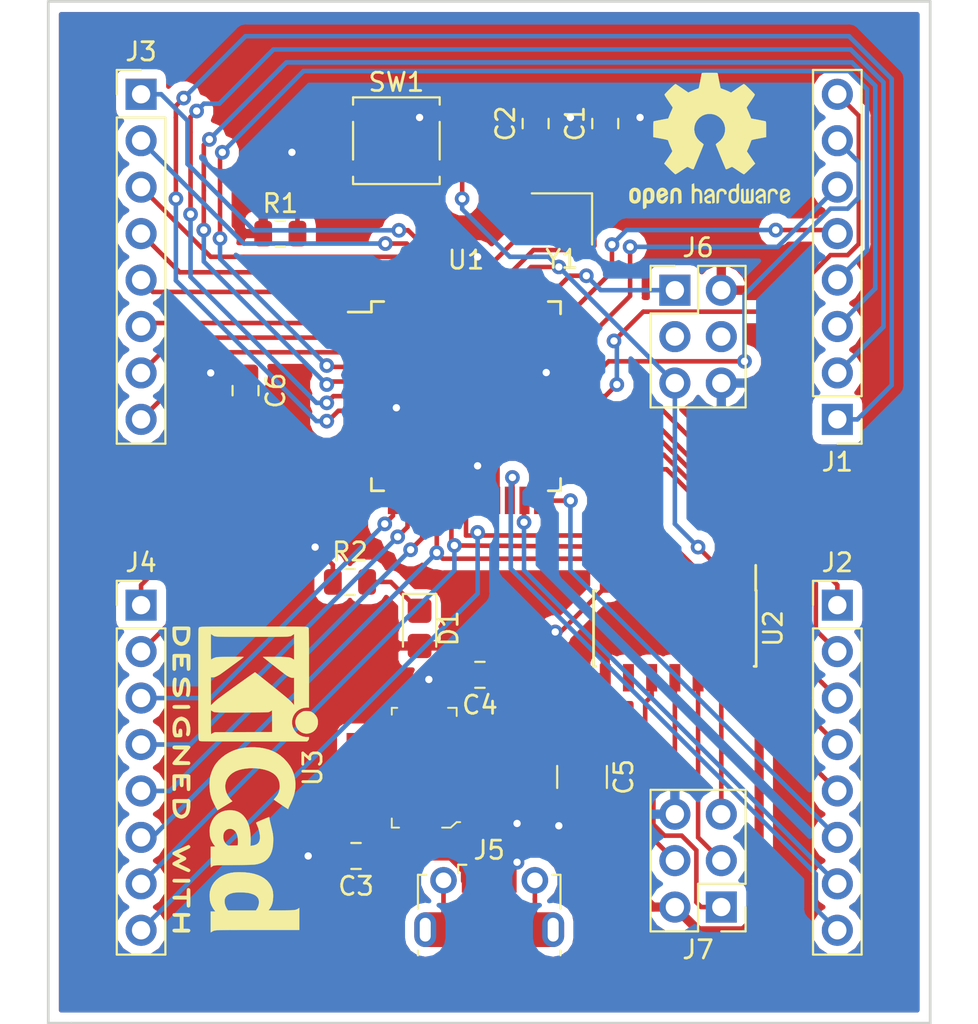
<source format=kicad_pcb>
(kicad_pcb (version 20171130) (host pcbnew "(5.0.0)")
  (layers (0 F.Cu signal) (31 B.Cu signal) (34 B.Paste user) (35 F.Paste user) (36 B.SilkS user) (37 F.SilkS user) (38 B.Mask user) (39 F.Mask user) (44 Edge.Cuts user))
  (net 0 "")
  (net 1 VCC)
  (net 2 /Reset)
  (net 3 "Net-(D1-Pad1)")
  (net 4 GND)
  (net 5 +5V)
  (net 6 "Net-(U3-Pad4)")
  (net 7 "Net-(J4-Pad7)")
  (net 8 "Net-(J4-Pad8)")
  (net 9 "Net-(J4-Pad6)")
  (net 10 "Net-(U2-Pad6)")
  (net 11 "Net-(U2-Pad9)")
  (net 12 "Net-(J3-Pad6)")
  (net 13 "Net-(J3-Pad7)")
  (net 14 "Net-(J3-Pad8)")
  (net 15 /PB0)
  (net 16 /PB1)
  (net 17 /PB2)
  (net 18 /PB3)
  (net 19 "Net-(J4-Pad1)")
  (net 20 "Net-(J4-Pad2)")
  (net 21 "Net-(J4-Pad3)")
  (net 22 "Net-(J4-Pad4)")
  (net 23 "Net-(J4-Pad5)")
  (net 24 "Net-(J2-Pad8)")
  (net 25 "Net-(J2-Pad7)")
  (net 26 "Net-(J2-Pad6)")
  (net 27 "Net-(J2-Pad5)")
  (net 28 "Net-(J2-Pad4)")
  (net 29 "Net-(J2-Pad3)")
  (net 30 "Net-(J2-Pad2)")
  (net 31 "Net-(J2-Pad1)")
  (net 32 /PE0)
  (net 33 /PE1)
  (net 34 /PE2)
  (net 35 /PE3)
  (net 36 "Net-(C1-Pad1)")
  (net 37 "Net-(C2-Pad1)")
  (net 38 "Net-(J3-Pad1)")
  (net 39 "Net-(J3-Pad2)")
  (net 40 "Net-(J3-Pad3)")
  (net 41 "Net-(J3-Pad4)")
  (net 42 "Net-(J3-Pad5)")
  (net 43 "Net-(Y1-Pad2)")
  (net 44 "Net-(Y1-Pad4)")
  (net 45 "Net-(J5-Pad6)")
  (net 46 "Net-(J5-Pad2)")
  (net 47 "Net-(J5-Pad4)")
  (net 48 "Net-(J5-Pad3)")
  (net 49 "Net-(J7-Pad4)")
  (net 50 "Net-(J7-Pad5)")
  (net 51 "Net-(J7-Pad3)")
  (net 52 "Net-(J7-Pad1)")
  (net 53 "Net-(J6-Pad1)")
  (net 54 "Net-(J6-Pad3)")
  (net 55 "Net-(J6-Pad4)")
  (module Capacitor_SMD:C_0805_2012Metric (layer F.Cu) (at 116.205 89.8675 270)
    (fp_text reference C6 (at 0 -1.65 270) (layer F.SilkS))
    (fp_text value "0.1 uF")
    (pad 2 smd roundrect (at 0.9375 0 270) (size 0.975 1.4) (layers F.Cu F.Paste F.Mask) (net 1 VCC))
    (pad 1 smd roundrect (at -0.9375 0 270) (size 0.975 1.4) (layers F.Cu F.Paste F.Mask) (net 4 GND))
  )
  (module digikey-footprints:SOT-223 (layer F.Cu) (at 125.984 110.49 90)
    (fp_text reference U3 (at 0 -6.1 90) (layer F.SilkS))
    (fp_text value NCP1117ST33T3G)
    (pad 3 smd rect (at 2.3 3.15 90) (size 1.5 2.2) (layers F.Cu F.Paste F.Mask) (net 5 +5V))
    (pad 2 smd rect (at 0 3.15 90) (size 1.5 2.2) (layers F.Cu F.Paste F.Mask) (net 1 VCC))
    (pad 1 smd rect (at -2.3 3.15 90) (size 1.5 2.2) (layers F.Cu F.Paste F.Mask) (net 4 GND))
    (pad 4 smd rect (at 0 -3.15 90) (size 3.8 2.2) (layers F.Cu F.Paste F.Mask) (net 6 "Net-(U3-Pad4)"))
  )
  (module Crystal:Crystal_SMD_2520-4Pin_2.5x2.0mm (layer F.Cu) (at 133.52 80.48 180)
    (fp_text reference Y1 (at 0 -2.2 180) (layer F.SilkS))
    (fp_text value "32 MHz")
    (pad 1 smd rect (at -0.875 0.7 180) (size 1.15 1) (layers F.Cu F.Paste F.Mask) (net 36 "Net-(C1-Pad1)"))
    (pad 2 smd rect (at 0.875 0.7 180) (size 1.15 1) (layers F.Cu F.Paste F.Mask) (net 43 "Net-(Y1-Pad2)"))
    (pad 3 smd rect (at 0.875 -0.7 180) (size 1.15 1) (layers F.Cu F.Paste F.Mask) (net 37 "Net-(C2-Pad1)"))
    (pad 4 smd rect (at -0.875 -0.7 180) (size 1.15 1) (layers F.Cu F.Paste F.Mask) (net 44 "Net-(Y1-Pad4)"))
  )
  (module Connector_PinHeader_2.54mm:PinHeader_2x03_P2.54mm_Vertical (layer F.Cu) (at 142.24 118.11 180)
    (fp_text reference J7 (at 1.27 -2.33 180) (layer F.SilkS))
    (fp_text value Conn_02x03_Odd_Even)
    (pad 6 thru_hole oval (at 2.54 5.08 180) (size 1.7 1.7) (drill 1) (layers *.Cu *.Mask) (net 4 GND))
    (pad 5 thru_hole oval (at 0 5.08 180) (size 1.7 1.7) (drill 1) (layers *.Cu *.Mask) (net 50 "Net-(J7-Pad5)"))
    (pad 4 thru_hole oval (at 2.54 2.54 180) (size 1.7 1.7) (drill 1) (layers *.Cu *.Mask) (net 49 "Net-(J7-Pad4)"))
    (pad 3 thru_hole oval (at 0 2.54 180) (size 1.7 1.7) (drill 1) (layers *.Cu *.Mask) (net 51 "Net-(J7-Pad3)"))
    (pad 2 thru_hole oval (at 2.54 0 180) (size 1.7 1.7) (drill 1) (layers *.Cu *.Mask) (net 5 +5V))
    (pad 1 thru_hole rect (at 0 0 180) (size 1.7 1.7) (drill 1) (layers *.Cu *.Mask) (net 52 "Net-(J7-Pad1)"))
  )
  (module Connector_PinHeader_2.54mm:PinHeader_2x03_P2.54mm_Vertical (layer F.Cu) (at 139.7 84.375001)
    (fp_text reference J6 (at 1.27 -2.33) (layer F.SilkS))
    (fp_text value Conn_02x03_Odd_Even)
    (pad 1 thru_hole rect (at 0 0) (size 1.7 1.7) (drill 1) (layers *.Cu *.Mask) (net 53 "Net-(J6-Pad1)"))
    (pad 2 thru_hole oval (at 2.54 0) (size 1.7 1.7) (drill 1) (layers *.Cu *.Mask) (net 1 VCC))
    (pad 3 thru_hole oval (at 0 2.54) (size 1.7 1.7) (drill 1) (layers *.Cu *.Mask) (net 54 "Net-(J6-Pad3)"))
    (pad 4 thru_hole oval (at 2.54 2.54) (size 1.7 1.7) (drill 1) (layers *.Cu *.Mask) (net 55 "Net-(J6-Pad4)"))
    (pad 5 thru_hole oval (at 0 5.08) (size 1.7 1.7) (drill 1) (layers *.Cu *.Mask) (net 2 /Reset))
    (pad 6 thru_hole oval (at 2.54 5.08) (size 1.7 1.7) (drill 1) (layers *.Cu *.Mask) (net 4 GND))
  )
  (module Button_Switch_SMD:SW_SPST_TL3305A (layer F.Cu) (at 124.46 76.2)
    (fp_text reference SW1 (at 0 -3.2) (layer F.SilkS))
    (fp_text value SW_DIP_x01)
    (pad 1 smd rect (at 3.6 -1.5) (size 1.6 1.4) (layers F.Cu F.Paste F.Mask) (net 4 GND))
    (pad 1 smd rect (at -3.6 -1.5) (size 1.6 1.4) (layers F.Cu F.Paste F.Mask) (net 4 GND))
    (pad 2 smd rect (at 3.6 1.5) (size 1.6 1.4) (layers F.Cu F.Paste F.Mask) (net 2 /Reset))
    (pad 2 smd rect (at -3.6 1.5) (size 1.6 1.4) (layers F.Cu F.Paste F.Mask) (net 2 /Reset))
  )
  (module Capacitor_SMD:C_0805_2012Metric (layer F.Cu) (at 129.032 105.41 180)
    (fp_text reference C4 (at 0 -1.65 180) (layer F.SilkS))
    (fp_text value 10uF)
    (pad 2 smd roundrect (at 0.9375 0 180) (size 0.975 1.4) (layers F.Cu F.Paste F.Mask) (net 4 GND))
    (pad 1 smd roundrect (at -0.9375 0 180) (size 0.975 1.4) (layers F.Cu F.Paste F.Mask) (net 1 VCC))
  )
  (module Capacitor_SMD:C_0805_2012Metric (layer F.Cu) (at 122.2525 115.316 180)
    (fp_text reference C3 (at 0 -1.65 180) (layer F.SilkS))
    (fp_text value 10uF)
    (pad 1 smd roundrect (at -0.9375 0 180) (size 0.975 1.4) (layers F.Cu F.Paste F.Mask) (net 5 +5V))
    (pad 2 smd roundrect (at 0.9375 0 180) (size 0.975 1.4) (layers F.Cu F.Paste F.Mask) (net 4 GND))
  )
  (module Capacitor_SMD:C_0805_2012Metric (layer F.Cu) (at 132.08 75.2625 90)
    (fp_text reference C2 (at 0 -1.65 90) (layer F.SilkS))
    (fp_text value "22 pF")
    (pad 2 smd roundrect (at 0.9375 0 90) (size 0.975 1.4) (layers F.Cu F.Paste F.Mask) (net 4 GND))
    (pad 1 smd roundrect (at -0.9375 0 90) (size 0.975 1.4) (layers F.Cu F.Paste F.Mask) (net 37 "Net-(C2-Pad1)"))
  )
  (module Capacitor_SMD:C_0805_2012Metric (layer F.Cu) (at 135.89 75.2625 90)
    (fp_text reference C1 (at 0 -1.65 90) (layer F.SilkS))
    (fp_text value "22 pF")
    (pad 1 smd roundrect (at -0.9375 0 90) (size 0.975 1.4) (layers F.Cu F.Paste F.Mask) (net 36 "Net-(C1-Pad1)"))
    (pad 2 smd roundrect (at 0.9375 0 90) (size 0.975 1.4) (layers F.Cu F.Paste F.Mask) (net 4 GND))
  )
  (module Capacitor_SMD:C_1210_3225Metric (layer F.Cu) (at 134.62 110.995 270)
    (fp_text reference C5 (at 0 -2.28 270) (layer F.SilkS))
    (fp_text value 10uF)
    (pad 1 smd roundrect (at -1.4 0 270) (size 1.25 2.65) (layers F.Cu F.Paste F.Mask) (roundrect_rratio 0.2) (net 5 +5V))
    (pad 2 smd roundrect (at 1.4 0 270) (size 1.25 2.65) (layers F.Cu F.Paste F.Mask) (roundrect_rratio 0.2) (net 4 GND))
  )
  (module Connector_PinHeader_2.54mm:PinHeader_1x08_P2.54mm_Vertical (layer F.Cu) (at 110.49 101.6)
    (fp_text reference J4 (at 0 -2.33) (layer F.SilkS))
    (fp_text value Conn_01x08_Female)
    (pad 8 thru_hole oval (at 0 17.78) (size 1.7 1.7) (drill 1) (layers *.Cu *.Mask) (net 8 "Net-(J4-Pad8)"))
    (pad 7 thru_hole oval (at 0 15.24) (size 1.7 1.7) (drill 1) (layers *.Cu *.Mask) (net 7 "Net-(J4-Pad7)"))
    (pad 6 thru_hole oval (at 0 12.7) (size 1.7 1.7) (drill 1) (layers *.Cu *.Mask) (net 9 "Net-(J4-Pad6)"))
    (pad 5 thru_hole oval (at 0 10.16) (size 1.7 1.7) (drill 1) (layers *.Cu *.Mask) (net 23 "Net-(J4-Pad5)"))
    (pad 4 thru_hole oval (at 0 7.62) (size 1.7 1.7) (drill 1) (layers *.Cu *.Mask) (net 22 "Net-(J4-Pad4)"))
    (pad 3 thru_hole oval (at 0 5.08) (size 1.7 1.7) (drill 1) (layers *.Cu *.Mask) (net 21 "Net-(J4-Pad3)"))
    (pad 2 thru_hole oval (at 0 2.54) (size 1.7 1.7) (drill 1) (layers *.Cu *.Mask) (net 20 "Net-(J4-Pad2)"))
    (pad 1 thru_hole rect (at 0 0) (size 1.7 1.7) (drill 1) (layers *.Cu *.Mask) (net 19 "Net-(J4-Pad1)"))
  )
  (module Connector_PinHeader_2.54mm:PinHeader_1x08_P2.54mm_Vertical (layer F.Cu) (at 110.49 73.66)
    (fp_text reference J3 (at 0 -2.33) (layer F.SilkS))
    (fp_text value Conn_01x08_Female)
    (pad 1 thru_hole rect (at 0 0) (size 1.7 1.7) (drill 1) (layers *.Cu *.Mask) (net 38 "Net-(J3-Pad1)"))
    (pad 2 thru_hole oval (at 0 2.54) (size 1.7 1.7) (drill 1) (layers *.Cu *.Mask) (net 39 "Net-(J3-Pad2)"))
    (pad 3 thru_hole oval (at 0 5.08) (size 1.7 1.7) (drill 1) (layers *.Cu *.Mask) (net 40 "Net-(J3-Pad3)"))
    (pad 4 thru_hole oval (at 0 7.62) (size 1.7 1.7) (drill 1) (layers *.Cu *.Mask) (net 41 "Net-(J3-Pad4)"))
    (pad 5 thru_hole oval (at 0 10.16) (size 1.7 1.7) (drill 1) (layers *.Cu *.Mask) (net 42 "Net-(J3-Pad5)"))
    (pad 6 thru_hole oval (at 0 12.7) (size 1.7 1.7) (drill 1) (layers *.Cu *.Mask) (net 12 "Net-(J3-Pad6)"))
    (pad 7 thru_hole oval (at 0 15.24) (size 1.7 1.7) (drill 1) (layers *.Cu *.Mask) (net 13 "Net-(J3-Pad7)"))
    (pad 8 thru_hole oval (at 0 17.78) (size 1.7 1.7) (drill 1) (layers *.Cu *.Mask) (net 14 "Net-(J3-Pad8)"))
  )
  (module Connector_PinHeader_2.54mm:PinHeader_1x08_P2.54mm_Vertical (layer F.Cu) (at 148.59 101.6)
    (fp_text reference J2 (at 0 -2.33) (layer F.SilkS))
    (fp_text value Conn_01x08_Female)
    (pad 8 thru_hole oval (at 0 17.78) (size 1.7 1.7) (drill 1) (layers *.Cu *.Mask) (net 24 "Net-(J2-Pad8)"))
    (pad 7 thru_hole oval (at 0 15.24) (size 1.7 1.7) (drill 1) (layers *.Cu *.Mask) (net 25 "Net-(J2-Pad7)"))
    (pad 6 thru_hole oval (at 0 12.7) (size 1.7 1.7) (drill 1) (layers *.Cu *.Mask) (net 26 "Net-(J2-Pad6)"))
    (pad 5 thru_hole oval (at 0 10.16) (size 1.7 1.7) (drill 1) (layers *.Cu *.Mask) (net 27 "Net-(J2-Pad5)"))
    (pad 4 thru_hole oval (at 0 7.62) (size 1.7 1.7) (drill 1) (layers *.Cu *.Mask) (net 28 "Net-(J2-Pad4)"))
    (pad 3 thru_hole oval (at 0 5.08) (size 1.7 1.7) (drill 1) (layers *.Cu *.Mask) (net 29 "Net-(J2-Pad3)"))
    (pad 2 thru_hole oval (at 0 2.54) (size 1.7 1.7) (drill 1) (layers *.Cu *.Mask) (net 30 "Net-(J2-Pad2)"))
    (pad 1 thru_hole rect (at 0 0) (size 1.7 1.7) (drill 1) (layers *.Cu *.Mask) (net 31 "Net-(J2-Pad1)"))
  )
  (module Connector_PinHeader_2.54mm:PinHeader_1x08_P2.54mm_Vertical (layer F.Cu) (at 148.59 91.44 180)
    (fp_text reference J1 (at 0 -2.33 180) (layer F.SilkS))
    (fp_text value Conn_01x08_Female)
    (pad 1 thru_hole rect (at 0 0 180) (size 1.7 1.7) (drill 1) (layers *.Cu *.Mask) (net 18 /PB3))
    (pad 2 thru_hole oval (at 0 2.54 180) (size 1.7 1.7) (drill 1) (layers *.Cu *.Mask) (net 17 /PB2))
    (pad 3 thru_hole oval (at 0 5.08 180) (size 1.7 1.7) (drill 1) (layers *.Cu *.Mask) (net 16 /PB1))
    (pad 4 thru_hole oval (at 0 7.62 180) (size 1.7 1.7) (drill 1) (layers *.Cu *.Mask) (net 15 /PB0))
    (pad 5 thru_hole oval (at 0 10.16 180) (size 1.7 1.7) (drill 1) (layers *.Cu *.Mask) (net 35 /PE3))
    (pad 6 thru_hole oval (at 0 12.7 180) (size 1.7 1.7) (drill 1) (layers *.Cu *.Mask) (net 34 /PE2))
    (pad 7 thru_hole oval (at 0 15.24 180) (size 1.7 1.7) (drill 1) (layers *.Cu *.Mask) (net 33 /PE1))
    (pad 8 thru_hole oval (at 0 17.78 180) (size 1.7 1.7) (drill 1) (layers *.Cu *.Mask) (net 32 /PE0))
  )
  (module Connector_USB:USB_Micro-B_Molex-105017-0001 (layer F.Cu) (at 129.54 118.11)
    (fp_text reference J5 (at 0 -3.1125) (layer F.SilkS))
    (fp_text value USB_B_Micro)
    (pad 6 smd rect (at 1 1.2375) (size 1.5 1.9) (layers F.Cu F.Paste F.Mask) (net 45 "Net-(J5-Pad6)"))
    (pad 6 thru_hole circle (at -2.5 -1.4625) (size 1.45 1.45) (drill 0.85) (layers *.Cu *.Mask) (net 45 "Net-(J5-Pad6)"))
    (pad 2 smd rect (at -0.65 -1.4625) (size 0.4 1.35) (layers F.Cu F.Paste F.Mask) (net 46 "Net-(J5-Pad2)"))
    (pad 1 smd rect (at -1.3 -1.4625) (size 0.4 1.35) (layers F.Cu F.Paste F.Mask) (net 5 +5V))
    (pad 5 smd rect (at 1.3 -1.4625) (size 0.4 1.35) (layers F.Cu F.Paste F.Mask) (net 4 GND))
    (pad 4 smd rect (at 0.65 -1.4625) (size 0.4 1.35) (layers F.Cu F.Paste F.Mask) (net 47 "Net-(J5-Pad4)"))
    (pad 3 smd rect (at 0 -1.4625) (size 0.4 1.35) (layers F.Cu F.Paste F.Mask) (net 48 "Net-(J5-Pad3)"))
    (pad 6 thru_hole circle (at 2.5 -1.4625) (size 1.45 1.45) (drill 0.85) (layers *.Cu *.Mask) (net 45 "Net-(J5-Pad6)"))
    (pad 6 smd rect (at -1 1.2375) (size 1.5 1.9) (layers F.Cu F.Paste F.Mask) (net 45 "Net-(J5-Pad6)"))
    (pad 6 thru_hole oval (at -3.5 1.2375 180) (size 1.2 1.9) (drill oval 0.6 1.3) (layers *.Cu *.Mask) (net 45 "Net-(J5-Pad6)"))
    (pad 6 thru_hole oval (at 3.5 1.2375) (size 1.2 1.9) (drill oval 0.6 1.3) (layers *.Cu *.Mask) (net 45 "Net-(J5-Pad6)"))
    (pad 6 smd rect (at 2.9 1.2375) (size 1.2 1.9) (layers F.Cu F.Mask) (net 45 "Net-(J5-Pad6)"))
    (pad 6 smd rect (at -2.9 1.2375) (size 1.2 1.9) (layers F.Cu F.Mask) (net 45 "Net-(J5-Pad6)"))
  )
  (module LED_SMD:LED_0805_2012Metric_Castellated (layer F.Cu) (at 125.73 102.87 270)
    (fp_text reference D1 (at 0 -1.6 270) (layer F.SilkS))
    (fp_text value LED)
    (pad 1 smd roundrect (at -0.9625 0 270) (size 1.325 1.3) (layers F.Cu F.Paste F.Mask) (roundrect_rratio 0.192308) (net 3 "Net-(D1-Pad1)"))
    (pad 2 smd roundrect (at 0.9625 0 270) (size 1.325 1.3) (layers F.Cu F.Paste F.Mask) (roundrect_rratio 0.192308) (net 1 VCC))
  )
  (module Package_QFP:TQFP-44_10x10mm_P0.8mm (layer F.Cu) (at 128.27 90.17)
    (fp_text reference U1 (at 0 -7.45) (layer F.SilkS))
    (fp_text value ATxmega32A4U-AU)
    (pad 1 smd rect (at -5.7 -4) (size 1.5 0.55) (layers F.Cu F.Paste F.Mask) (net 12 "Net-(J3-Pad6)"))
    (pad 2 smd rect (at -5.7 -3.2) (size 1.5 0.55) (layers F.Cu F.Paste F.Mask) (net 13 "Net-(J3-Pad7)"))
    (pad 3 smd rect (at -5.7 -2.4) (size 1.5 0.55) (layers F.Cu F.Paste F.Mask) (net 14 "Net-(J3-Pad8)"))
    (pad 4 smd rect (at -5.7 -1.6) (size 1.5 0.55) (layers F.Cu F.Paste F.Mask) (net 15 /PB0))
    (pad 5 smd rect (at -5.7 -0.8) (size 1.5 0.55) (layers F.Cu F.Paste F.Mask) (net 16 /PB1))
    (pad 6 smd rect (at -5.7 0) (size 1.5 0.55) (layers F.Cu F.Paste F.Mask) (net 17 /PB2))
    (pad 7 smd rect (at -5.7 0.8) (size 1.5 0.55) (layers F.Cu F.Paste F.Mask) (net 18 /PB3))
    (pad 8 smd rect (at -5.7 1.6) (size 1.5 0.55) (layers F.Cu F.Paste F.Mask) (net 4 GND))
    (pad 9 smd rect (at -5.7 2.4) (size 1.5 0.55) (layers F.Cu F.Paste F.Mask) (net 1 VCC))
    (pad 10 smd rect (at -5.7 3.2) (size 1.5 0.55) (layers F.Cu F.Paste F.Mask) (net 19 "Net-(J4-Pad1)"))
    (pad 11 smd rect (at -5.7 4) (size 1.5 0.55) (layers F.Cu F.Paste F.Mask) (net 20 "Net-(J4-Pad2)"))
    (pad 12 smd rect (at -4 5.7 90) (size 1.5 0.55) (layers F.Cu F.Paste F.Mask) (net 21 "Net-(J4-Pad3)"))
    (pad 13 smd rect (at -3.2 5.7 90) (size 1.5 0.55) (layers F.Cu F.Paste F.Mask) (net 22 "Net-(J4-Pad4)"))
    (pad 14 smd rect (at -2.4 5.7 90) (size 1.5 0.55) (layers F.Cu F.Paste F.Mask) (net 23 "Net-(J4-Pad5)"))
    (pad 15 smd rect (at -1.6 5.7 90) (size 1.5 0.55) (layers F.Cu F.Paste F.Mask) (net 9 "Net-(J4-Pad6)"))
    (pad 16 smd rect (at -0.8 5.7 90) (size 1.5 0.55) (layers F.Cu F.Paste F.Mask) (net 7 "Net-(J4-Pad7)"))
    (pad 17 smd rect (at 0 5.7 90) (size 1.5 0.55) (layers F.Cu F.Paste F.Mask) (net 8 "Net-(J4-Pad8)"))
    (pad 18 smd rect (at 0.8 5.7 90) (size 1.5 0.55) (layers F.Cu F.Paste F.Mask) (net 4 GND))
    (pad 19 smd rect (at 1.6 5.7 90) (size 1.5 0.55) (layers F.Cu F.Paste F.Mask) (net 1 VCC))
    (pad 20 smd rect (at 2.4 5.7 90) (size 1.5 0.55) (layers F.Cu F.Paste F.Mask) (net 24 "Net-(J2-Pad8)"))
    (pad 21 smd rect (at 3.2 5.7 90) (size 1.5 0.55) (layers F.Cu F.Paste F.Mask) (net 25 "Net-(J2-Pad7)"))
    (pad 22 smd rect (at 4 5.7 90) (size 1.5 0.55) (layers F.Cu F.Paste F.Mask) (net 26 "Net-(J2-Pad6)"))
    (pad 23 smd rect (at 5.7 4) (size 1.5 0.55) (layers F.Cu F.Paste F.Mask) (net 27 "Net-(J2-Pad5)"))
    (pad 24 smd rect (at 5.7 3.2) (size 1.5 0.55) (layers F.Cu F.Paste F.Mask) (net 28 "Net-(J2-Pad4)"))
    (pad 25 smd rect (at 5.7 2.4) (size 1.5 0.55) (layers F.Cu F.Paste F.Mask) (net 29 "Net-(J2-Pad3)"))
    (pad 26 smd rect (at 5.7 1.6) (size 1.5 0.55) (layers F.Cu F.Paste F.Mask) (net 30 "Net-(J2-Pad2)"))
    (pad 27 smd rect (at 5.7 0.8) (size 1.5 0.55) (layers F.Cu F.Paste F.Mask) (net 31 "Net-(J2-Pad1)"))
    (pad 28 smd rect (at 5.7 0) (size 1.5 0.55) (layers F.Cu F.Paste F.Mask) (net 32 /PE0))
    (pad 29 smd rect (at 5.7 -0.8) (size 1.5 0.55) (layers F.Cu F.Paste F.Mask) (net 33 /PE1))
    (pad 30 smd rect (at 5.7 -1.6) (size 1.5 0.55) (layers F.Cu F.Paste F.Mask) (net 4 GND))
    (pad 31 smd rect (at 5.7 -2.4) (size 1.5 0.55) (layers F.Cu F.Paste F.Mask) (net 1 VCC))
    (pad 32 smd rect (at 5.7 -3.2) (size 1.5 0.55) (layers F.Cu F.Paste F.Mask) (net 34 /PE2))
    (pad 33 smd rect (at 5.7 -4) (size 1.5 0.55) (layers F.Cu F.Paste F.Mask) (net 35 /PE3))
    (pad 34 smd rect (at 4 -5.7 90) (size 1.5 0.55) (layers F.Cu F.Paste F.Mask) (net 53 "Net-(J6-Pad1)"))
    (pad 35 smd rect (at 3.2 -5.7 90) (size 1.5 0.55) (layers F.Cu F.Paste F.Mask) (net 2 /Reset))
    (pad 36 smd rect (at 2.4 -5.7 90) (size 1.5 0.55) (layers F.Cu F.Paste F.Mask) (net 36 "Net-(C1-Pad1)"))
    (pad 37 smd rect (at 1.6 -5.7 90) (size 1.5 0.55) (layers F.Cu F.Paste F.Mask) (net 37 "Net-(C2-Pad1)"))
    (pad 38 smd rect (at 0.8 -5.7 90) (size 1.5 0.55) (layers F.Cu F.Paste F.Mask) (net 4 GND))
    (pad 39 smd rect (at 0 -5.7 90) (size 1.5 0.55) (layers F.Cu F.Paste F.Mask) (net 1 VCC))
    (pad 40 smd rect (at -0.8 -5.7 90) (size 1.5 0.55) (layers F.Cu F.Paste F.Mask) (net 38 "Net-(J3-Pad1)"))
    (pad 41 smd rect (at -1.6 -5.7 90) (size 1.5 0.55) (layers F.Cu F.Paste F.Mask) (net 39 "Net-(J3-Pad2)"))
    (pad 42 smd rect (at -2.4 -5.7 90) (size 1.5 0.55) (layers F.Cu F.Paste F.Mask) (net 40 "Net-(J3-Pad3)"))
    (pad 43 smd rect (at -3.2 -5.7 90) (size 1.5 0.55) (layers F.Cu F.Paste F.Mask) (net 41 "Net-(J3-Pad4)"))
    (pad 44 smd rect (at -4 -5.7 90) (size 1.5 0.55) (layers F.Cu F.Paste F.Mask) (net 42 "Net-(J3-Pad5)"))
  )
  (module Package_SO:SOIC-14_3.9x8.7mm_P1.27mm (layer F.Cu) (at 139.7 102.87 270)
    (fp_text reference U2 (at 0 -5.375 270) (layer F.SilkS))
    (fp_text value TXB0104D)
    (pad 1 smd rect (at -2.7 -3.81 270) (size 1.5 0.6) (layers F.Cu F.Paste F.Mask) (net 1 VCC))
    (pad 2 smd rect (at -2.7 -2.54 270) (size 1.5 0.6) (layers F.Cu F.Paste F.Mask) (net 2 /Reset))
    (pad 3 smd rect (at -2.7 -1.27 270) (size 1.5 0.6) (layers F.Cu F.Paste F.Mask) (net 8 "Net-(J4-Pad8)"))
    (pad 4 smd rect (at -2.7 0 270) (size 1.5 0.6) (layers F.Cu F.Paste F.Mask) (net 7 "Net-(J4-Pad7)"))
    (pad 5 smd rect (at -2.7 1.27 270) (size 1.5 0.6) (layers F.Cu F.Paste F.Mask) (net 9 "Net-(J4-Pad6)"))
    (pad 6 smd rect (at -2.7 2.54 270) (size 1.5 0.6) (layers F.Cu F.Paste F.Mask) (net 10 "Net-(U2-Pad6)"))
    (pad 7 smd rect (at -2.7 3.81 270) (size 1.5 0.6) (layers F.Cu F.Paste F.Mask) (net 4 GND))
    (pad 8 smd rect (at 2.7 3.81 270) (size 1.5 0.6) (layers F.Cu F.Paste F.Mask) (net 1 VCC))
    (pad 9 smd rect (at 2.7 2.54 270) (size 1.5 0.6) (layers F.Cu F.Paste F.Mask) (net 11 "Net-(U2-Pad9)"))
    (pad 10 smd rect (at 2.7 1.27 270) (size 1.5 0.6) (layers F.Cu F.Paste F.Mask) (net 49 "Net-(J7-Pad4)"))
    (pad 11 smd rect (at 2.7 0 270) (size 1.5 0.6) (layers F.Cu F.Paste F.Mask) (net 52 "Net-(J7-Pad1)"))
    (pad 12 smd rect (at 2.7 -1.27 270) (size 1.5 0.6) (layers F.Cu F.Paste F.Mask) (net 51 "Net-(J7-Pad3)"))
    (pad 13 smd rect (at 2.7 -2.54 270) (size 1.5 0.6) (layers F.Cu F.Paste F.Mask) (net 50 "Net-(J7-Pad5)"))
    (pad 14 smd rect (at 2.7 -3.81 270) (size 1.5 0.6) (layers F.Cu F.Paste F.Mask) (net 5 +5V))
  )
  (module Resistor_SMD:R_0805_2012Metric (layer F.Cu) (at 121.92 100.33)
    (fp_text reference R2 (at 0 -1.65) (layer F.SilkS))
    (fp_text value 220)
    (pad 2 smd roundrect (at 0.9375 0) (size 0.975 1.4) (layers F.Cu F.Paste F.Mask) (net 3 "Net-(D1-Pad1)"))
    (pad 1 smd roundrect (at -0.9375 0) (size 0.975 1.4) (layers F.Cu F.Paste F.Mask) (net 4 GND))
  )
  (module Resistor_SMD:R_0805_2012Metric (layer F.Cu) (at 118.11 81.28)
    (fp_text reference R1 (at 0 -1.65) (layer F.SilkS))
    (fp_text value 10k)
    (pad 1 smd roundrect (at -0.9375 0) (size 0.975 1.4) (layers F.Cu F.Paste F.Mask) (net 1 VCC))
    (pad 2 smd roundrect (at 0.9375 0) (size 0.975 1.4) (layers F.Cu F.Paste F.Mask) (net 2 /Reset))
  )
  (module Symbol:OSHW-Logo2_9.8x8mm_SilkScreen (layer F.Cu) (at 141.605 76.2)
    (fp_text reference REF** hide)
    (fp_text value OSHW-Logo2_9.8x8mm_SilkScreen hide)
  )
  (module Symbol:KiCad-Logo2_8mm_SilkScreen (layer F.Cu) (at 116.205 111.125 270)
    (fp_text reference REF** hide)
    (fp_text value KiCad-Logo2_8mm_SilkScreen hide)
  )
  (gr_line (start 105.41 124.46) (end 106.68 124.46) (layer Edge.Cuts) (width 0.15))
  (gr_line (start 105.41 68.58) (end 105.41 124.46) (layer Edge.Cuts) (width 0.15))
  (gr_line (start 153.67 68.58) (end 105.41 68.58) (layer Edge.Cuts) (width 0.15))
  (gr_line (start 153.67 124.46) (end 153.67 68.58) (layer Edge.Cuts) (width 0.15))
  (gr_line (start 106.68 124.46) (end 153.67 124.46) (layer Edge.Cuts) (width 0.15))
  (segment (start 128.27 83.173002) (end 127.635 82.538002) (width 0.5) (layer F.Cu) (net 1))
  (segment (start 128.27 84.47) (end 128.27 83.173002) (width 0.5) (layer F.Cu) (net 1))
  (segment (start 127.635 82.538002) (end 127.635 81.915) (width 0.5) (layer F.Cu) (net 1))
  (segment (start 128.162501 85.612501) (end 128.195001 85.580001) (width 0.5) (layer F.Cu) (net 1))
  (segment (start 130.32 87.77) (end 128.162501 85.612501) (width 0.5) (layer F.Cu) (net 1))
  (segment (start 133.97 87.77) (end 130.32 87.77) (width 0.5) (layer F.Cu) (net 1))
  (segment (start 128.195001 85.580001) (end 128.195001 84.455) (width 0.5) (layer F.Cu) (net 1))
  (segment (start 128.27 85.72) (end 128.27 84.47) (width 0.5) (layer F.Cu) (net 1))
  (segment (start 128.27 88.253002) (end 128.27 85.72) (width 0.5) (layer F.Cu) (net 1))
  (segment (start 123.953002 92.57) (end 128.27 88.253002) (width 0.5) (layer F.Cu) (net 1))
  (segment (start 122.57 92.57) (end 123.953002 92.57) (width 0.5) (layer F.Cu) (net 1))
  (segment (start 129.87 87.32) (end 128.27 85.72) (width 0.5) (layer F.Cu) (net 1))
  (segment (start 129.87 95.87) (end 129.87 87.32) (width 0.5) (layer F.Cu) (net 1))
  (segment (start 121.32 92.57) (end 121.18 92.71) (width 0.5) (layer F.Cu) (net 1))
  (segment (start 122.57 92.57) (end 121.32 92.57) (width 0.5) (layer F.Cu) (net 1))
  (segment (start 121.18 92.71) (end 120.015 92.71) (width 0.5) (layer F.Cu) (net 1))
  (segment (start 120.76 77.7) (end 120.86 77.7) (width 0.25) (layer F.Cu) (net 2))
  (segment (start 119.0475 79.4125) (end 120.76 77.7) (width 0.25) (layer F.Cu) (net 2))
  (segment (start 119.0475 81.28) (end 119.0475 79.4125) (width 0.25) (layer F.Cu) (net 2))
  (segment (start 121.91 77.7) (end 128.06 77.7) (width 0.25) (layer F.Cu) (net 2))
  (segment (start 120.86 77.7) (end 121.91 77.7) (width 0.25) (layer F.Cu) (net 2))
  (segment (start 128.06 77.7) (end 128.06 79.374999) (width 0.25) (layer F.Cu) (net 2))
  (via (at 128.06 79.374999) (size 0.8) (drill 0.4) (layers F.Cu B.Cu) (net 2))
  (segment (start 128.06 79.940684) (end 130.669316 82.55) (width 0.25) (layer B.Cu) (net 2))
  (segment (start 128.06 79.374999) (end 128.06 79.940684) (width 0.25) (layer B.Cu) (net 2))
  (segment (start 130.669316 82.55) (end 132.08 82.55) (width 0.25) (layer B.Cu) (net 2))
  (segment (start 132.794999 82.55) (end 132.08 82.55) (width 0.25) (layer B.Cu) (net 2))
  (via (at 133.35 83.105001) (size 0.8) (drill 0.4) (layers F.Cu B.Cu) (net 2))
  (segment (start 139.7 89.455001) (end 133.35 83.105001) (width 0.25) (layer B.Cu) (net 2))
  (segment (start 133.35 83.105001) (end 132.794999 82.55) (width 0.25) (layer B.Cu) (net 2))
  (segment (start 131.47 83.47) (end 131.47 84.47) (width 0.25) (layer F.Cu) (net 2))
  (segment (start 131.834999 83.105001) (end 131.47 83.47) (width 0.25) (layer F.Cu) (net 2))
  (segment (start 133.35 83.105001) (end 131.834999 83.105001) (width 0.25) (layer F.Cu) (net 2))
  (via (at 140.97 98.425) (size 0.8) (drill 0.4) (layers F.Cu B.Cu) (net 2))
  (segment (start 142.24 99.695) (end 140.97 98.425) (width 0.25) (layer F.Cu) (net 2))
  (segment (start 142.24 100.17) (end 142.24 99.695) (width 0.25) (layer F.Cu) (net 2))
  (segment (start 139.7 97.155) (end 139.7 89.455001) (width 0.25) (layer B.Cu) (net 2))
  (segment (start 140.97 98.425) (end 139.7 97.155) (width 0.25) (layer B.Cu) (net 2))
  (segment (start 124.1525 100.33) (end 125.73 101.9075) (width 0.25) (layer F.Cu) (net 3))
  (segment (start 122.8575 100.33) (end 124.1525 100.33) (width 0.25) (layer F.Cu) (net 3))
  (via (at 120.015 98.425) (size 0.8) (drill 0.4) (layers F.Cu B.Cu) (net 4))
  (segment (start 120.9825 99.3925) (end 120.015 98.425) (width 0.25) (layer F.Cu) (net 4))
  (segment (start 120.9825 100.33) (end 120.9825 99.3925) (width 0.25) (layer F.Cu) (net 4))
  (via (at 128.905 93.98) (size 0.8) (drill 0.4) (layers F.Cu B.Cu) (net 4))
  (segment (start 129.07 94.145) (end 128.905 93.98) (width 0.25) (layer F.Cu) (net 4))
  (segment (start 129.07 95.87) (end 129.07 94.145) (width 0.25) (layer F.Cu) (net 4))
  (via (at 128.905 82.55) (size 0.8) (drill 0.4) (layers F.Cu B.Cu) (net 4))
  (segment (start 129.07 82.715) (end 128.905 82.55) (width 0.25) (layer F.Cu) (net 4))
  (segment (start 129.07 84.47) (end 129.07 82.715) (width 0.25) (layer F.Cu) (net 4))
  (via (at 132.660277 88.878869) (size 0.8) (drill 0.4) (layers F.Cu B.Cu) (net 4))
  (segment (start 132.969146 88.57) (end 132.660277 88.878869) (width 0.25) (layer F.Cu) (net 4))
  (segment (start 133.97 88.57) (end 132.969146 88.57) (width 0.25) (layer F.Cu) (net 4))
  (via (at 133.154142 103.065858) (size 0.8) (drill 0.4) (layers F.Cu B.Cu) (net 4))
  (segment (start 133.444142 103.065858) (end 133.154142 103.065858) (width 0.25) (layer F.Cu) (net 4))
  (segment (start 135.89 100.62) (end 133.444142 103.065858) (width 0.25) (layer F.Cu) (net 4))
  (segment (start 135.89 100.17) (end 135.89 100.62) (width 0.25) (layer F.Cu) (net 4))
  (via (at 118.745 76.835) (size 0.8) (drill 0.4) (layers F.Cu B.Cu) (net 4))
  (segment (start 118.745 76.715) (end 118.745 76.835) (width 0.25) (layer F.Cu) (net 4))
  (segment (start 120.76 74.7) (end 118.745 76.715) (width 0.25) (layer F.Cu) (net 4))
  (segment (start 120.86 74.7) (end 120.76 74.7) (width 0.25) (layer F.Cu) (net 4))
  (via (at 137.795 74.93) (size 0.8) (drill 0.4) (layers F.Cu B.Cu) (net 4))
  (segment (start 137.19 74.325) (end 137.795 74.93) (width 0.25) (layer F.Cu) (net 4))
  (segment (start 135.89 74.325) (end 137.19 74.325) (width 0.25) (layer F.Cu) (net 4))
  (via (at 124.46 90.805) (size 0.8) (drill 0.4) (layers F.Cu B.Cu) (net 4))
  (segment (start 123.495 91.77) (end 124.46 90.805) (width 0.25) (layer F.Cu) (net 4))
  (segment (start 122.57 91.77) (end 123.495 91.77) (width 0.25) (layer F.Cu) (net 4))
  (via (at 133.985 74.93) (size 0.8) (drill 0.4) (layers F.Cu B.Cu) (net 4))
  (segment (start 133.38 74.325) (end 133.985 74.93) (width 0.25) (layer F.Cu) (net 4))
  (segment (start 132.08 74.325) (end 133.38 74.325) (width 0.25) (layer F.Cu) (net 4))
  (via (at 125.73 74.93) (size 0.8) (drill 0.4) (layers F.Cu B.Cu) (net 4))
  (segment (start 125.96 74.7) (end 125.73 74.93) (width 0.25) (layer F.Cu) (net 4))
  (segment (start 128.06 74.7) (end 125.96 74.7) (width 0.25) (layer F.Cu) (net 4))
  (via (at 126.238 105.664) (size 0.8) (drill 0.4) (layers F.Cu B.Cu) (net 4))
  (segment (start 128.0945 105.41) (end 126.492 105.41) (width 0.25) (layer F.Cu) (net 4))
  (segment (start 126.492 105.41) (end 126.238 105.664) (width 0.25) (layer F.Cu) (net 4))
  (via (at 119.634 115.316) (size 0.8) (drill 0.4) (layers F.Cu B.Cu) (net 4))
  (segment (start 121.315 115.316) (end 119.634 115.316) (width 0.25) (layer F.Cu) (net 4))
  (segment (start 139.57 118.11) (end 139.7 118.11) (width 0.5) (layer F.Cu) (net 5))
  (segment (start 144.31 118.550002) (end 144.31 106.82) (width 0.5) (layer F.Cu) (net 5))
  (segment (start 144.31 106.82) (end 143.51 106.02) (width 0.5) (layer F.Cu) (net 5))
  (segment (start 143.450001 119.410001) (end 144.31 118.550002) (width 0.5) (layer F.Cu) (net 5))
  (segment (start 143.51 106.02) (end 143.51 105.57) (width 0.5) (layer F.Cu) (net 5))
  (segment (start 141.000001 119.410001) (end 143.450001 119.410001) (width 0.5) (layer F.Cu) (net 5))
  (segment (start 139.7 118.11) (end 141.000001 119.410001) (width 0.5) (layer F.Cu) (net 5))
  (segment (start 128.24 116.6475) (end 128.24 116.1725) (width 0.5) (layer F.Cu) (net 5))
  (via (at 131.064 113.538) (size 0.8) (drill 0.4) (layers F.Cu B.Cu) (net 4))
  (segment (start 129.134 112.79) (end 130.316 112.79) (width 0.25) (layer F.Cu) (net 4))
  (segment (start 130.316 112.79) (end 131.064 113.538) (width 0.25) (layer F.Cu) (net 4))
  (via (at 131.064 115.658) (size 0.8) (drill 0.4) (layers F.Cu B.Cu) (net 4))
  (segment (start 130.84 116.6475) (end 130.84 115.882) (width 0.25) (layer F.Cu) (net 4))
  (segment (start 130.84 115.882) (end 131.064 115.658) (width 0.25) (layer F.Cu) (net 4))
  (via (at 133.35 113.665) (size 0.8) (drill 0.4) (layers F.Cu B.Cu) (net 4))
  (segment (start 134.62 112.395) (end 133.35 113.665) (width 0.25) (layer F.Cu) (net 4))
  (via (at 114.3 88.9) (size 0.8) (drill 0.4) (layers F.Cu B.Cu) (net 4))
  (segment (start 116.205 88.93) (end 114.33 88.93) (width 0.25) (layer F.Cu) (net 4))
  (segment (start 114.33 88.93) (end 114.3 88.9) (width 0.25) (layer F.Cu) (net 4))
  (segment (start 123.7775 115.316) (end 123.19 115.316) (width 0.5) (layer F.Cu) (net 5))
  (segment (start 127.447502 115.316) (end 123.7775 115.316) (width 0.5) (layer F.Cu) (net 5))
  (segment (start 128.24 116.108498) (end 127.447502 115.316) (width 0.5) (layer F.Cu) (net 5))
  (segment (start 128.24 116.6475) (end 128.24 116.108498) (width 0.5) (layer F.Cu) (net 5))
  (segment (start 138.497919 118.11) (end 136.906 116.518081) (width 0.5) (layer F.Cu) (net 5))
  (segment (start 139.7 118.11) (end 138.497919 118.11) (width 0.5) (layer F.Cu) (net 5))
  (segment (start 127.955502 114.808) (end 127.447502 115.316) (width 0.5) (layer F.Cu) (net 5))
  (segment (start 136.906 114.808) (end 127.955502 114.808) (width 0.5) (layer F.Cu) (net 5))
  (segment (start 136.906 116.518081) (end 136.906 114.808) (width 0.5) (layer F.Cu) (net 5))
  (segment (start 136.906 111.881) (end 134.62 109.595) (width 0.5) (layer F.Cu) (net 5))
  (segment (start 136.906 114.808) (end 136.906 111.881) (width 0.5) (layer F.Cu) (net 5))
  (segment (start 133.215 108.19) (end 129.134 108.19) (width 0.5) (layer F.Cu) (net 5))
  (segment (start 134.62 109.595) (end 133.215 108.19) (width 0.5) (layer F.Cu) (net 5))
  (segment (start 139.7 99.72) (end 138.405 98.425) (width 0.25) (layer F.Cu) (net 7))
  (segment (start 139.7 100.17) (end 139.7 99.72) (width 0.25) (layer F.Cu) (net 7))
  (segment (start 127.47 98.26) (end 127.47 95.87) (width 0.25) (layer F.Cu) (net 7))
  (segment (start 127.635 98.425) (end 127.47 98.26) (width 0.25) (layer F.Cu) (net 7))
  (via (at 127.635 98.335) (size 0.8) (drill 0.4) (layers F.Cu B.Cu) (net 7))
  (segment (start 127.635 98.425) (end 127.635 98.335) (width 0.25) (layer F.Cu) (net 7))
  (segment (start 138.405 98.425) (end 127.635 98.335) (width 0.25) (layer F.Cu) (net 7))
  (segment (start 127.635 99.695) (end 110.49 116.84) (width 0.25) (layer B.Cu) (net 7))
  (segment (start 127.635 98.335) (end 127.635 99.695) (width 0.25) (layer B.Cu) (net 7))
  (segment (start 128.27 97.79) (end 128.27 95.87) (width 0.25) (layer F.Cu) (net 8))
  (segment (start 140.97 99.72) (end 139.04 97.79) (width 0.25) (layer F.Cu) (net 8))
  (segment (start 140.97 100.17) (end 140.97 99.72) (width 0.25) (layer F.Cu) (net 8))
  (via (at 128.906415 97.6206) (size 0.8) (drill 0.4) (layers F.Cu B.Cu) (net 8))
  (segment (start 128.905 97.79) (end 128.905 97.622015) (width 0.25) (layer F.Cu) (net 8))
  (segment (start 139.04 97.79) (end 128.905 97.79) (width 0.25) (layer F.Cu) (net 8))
  (segment (start 128.905 97.622015) (end 128.906415 97.6206) (width 0.25) (layer F.Cu) (net 8))
  (segment (start 128.905 97.79) (end 128.27 97.79) (width 0.25) (layer F.Cu) (net 8))
  (segment (start 128.906415 100.963585) (end 110.49 119.38) (width 0.25) (layer B.Cu) (net 8))
  (segment (start 128.906415 97.6206) (end 128.906415 100.963585) (width 0.25) (layer B.Cu) (net 8))
  (segment (start 138.43 99.72) (end 137.77 99.06) (width 0.25) (layer F.Cu) (net 9))
  (segment (start 138.43 100.17) (end 138.43 99.72) (width 0.25) (layer F.Cu) (net 9))
  (segment (start 137.77 99.06) (end 127 99.06) (width 0.25) (layer F.Cu) (net 9))
  (segment (start 126.67 98.73) (end 126.67 95.87) (width 0.25) (layer F.Cu) (net 9))
  (segment (start 127 99.06) (end 126.67 98.73) (width 0.25) (layer F.Cu) (net 9))
  (via (at 126.67 98.73) (size 0.8) (drill 0.4) (layers F.Cu B.Cu) (net 9))
  (segment (start 111.1 114.3) (end 110.49 114.3) (width 0.25) (layer B.Cu) (net 9))
  (segment (start 126.67 98.73) (end 111.1 114.3) (width 0.25) (layer B.Cu) (net 9))
  (segment (start 110.68 86.17) (end 110.49 86.36) (width 0.25) (layer F.Cu) (net 12))
  (segment (start 122.57 86.17) (end 110.68 86.17) (width 0.25) (layer F.Cu) (net 12))
  (segment (start 112.42 86.97) (end 110.49 88.9) (width 0.25) (layer F.Cu) (net 13))
  (segment (start 122.57 86.97) (end 112.42 86.97) (width 0.25) (layer F.Cu) (net 13))
  (segment (start 114.16 87.77) (end 110.49 91.44) (width 0.25) (layer F.Cu) (net 14))
  (segment (start 122.57 87.77) (end 114.16 87.77) (width 0.25) (layer F.Cu) (net 14))
  (via (at 120.65 88.495) (size 0.8) (drill 0.4) (layers F.Cu B.Cu) (net 15))
  (segment (start 120.725 88.57) (end 120.65 88.495) (width 0.25) (layer F.Cu) (net 15))
  (segment (start 122.57 88.57) (end 120.725 88.57) (width 0.25) (layer F.Cu) (net 15))
  (via (at 114.809399 81.544704) (size 0.8) (drill 0.4) (layers F.Cu B.Cu) (net 15))
  (segment (start 114.809399 82.654399) (end 114.809399 81.544704) (width 0.25) (layer B.Cu) (net 15))
  (segment (start 120.65 88.495) (end 114.809399 82.654399) (width 0.25) (layer B.Cu) (net 15))
  (segment (start 114.809399 81.544704) (end 114.809399 78.665599) (width 0.25) (layer F.Cu) (net 15))
  (segment (start 114.809399 78.665599) (end 114.809399 76.960601) (width 0.25) (layer F.Cu) (net 15))
  (segment (start 119.38 72.39) (end 149.225 72.39) (width 0.25) (layer B.Cu) (net 15))
  (segment (start 150.215011 82.194989) (end 149.439999 82.970001) (width 0.25) (layer B.Cu) (net 15))
  (segment (start 150.215011 73.380011) (end 150.215011 82.194989) (width 0.25) (layer B.Cu) (net 15))
  (segment (start 149.439999 82.970001) (end 148.59 83.82) (width 0.25) (layer B.Cu) (net 15))
  (segment (start 149.225 72.39) (end 150.215011 73.380011) (width 0.25) (layer B.Cu) (net 15))
  (via (at 114.935 76.835) (size 0.8) (drill 0.4) (layers F.Cu B.Cu) (net 15))
  (segment (start 114.809399 76.960601) (end 114.935 76.835) (width 0.25) (layer F.Cu) (net 15))
  (segment (start 114.935 76.835) (end 119.38 72.39) (width 0.25) (layer B.Cu) (net 15))
  (via (at 120.65 89.535) (size 0.8) (drill 0.4) (layers F.Cu B.Cu) (net 16))
  (segment (start 120.815 89.37) (end 120.65 89.535) (width 0.25) (layer F.Cu) (net 16))
  (segment (start 122.57 89.37) (end 120.815 89.37) (width 0.25) (layer F.Cu) (net 16))
  (via (at 113.92205 81.083602) (size 0.8) (drill 0.4) (layers F.Cu B.Cu) (net 16))
  (segment (start 113.92205 82.80705) (end 113.92205 81.083602) (width 0.25) (layer B.Cu) (net 16))
  (segment (start 120.65 89.535) (end 113.92205 82.80705) (width 0.25) (layer B.Cu) (net 16))
  (segment (start 113.92205 81.083602) (end 113.92205 78.916538) (width 0.25) (layer F.Cu) (net 16))
  (segment (start 113.92205 78.916538) (end 113.92205 76.433734) (width 0.25) (layer F.Cu) (net 16))
  (segment (start 149.439999 85.510001) (end 148.59 86.36) (width 0.25) (layer B.Cu) (net 16))
  (segment (start 150.665021 73.193611) (end 150.665021 84.284979) (width 0.25) (layer B.Cu) (net 16))
  (segment (start 149.389303 71.917893) (end 150.665021 73.193611) (width 0.25) (layer B.Cu) (net 16))
  (segment (start 118.437891 71.917893) (end 149.389303 71.917893) (width 0.25) (layer B.Cu) (net 16))
  (segment (start 150.665021 84.284979) (end 149.439999 85.510001) (width 0.25) (layer B.Cu) (net 16))
  (via (at 114.227892 76.127892) (size 0.8) (drill 0.4) (layers F.Cu B.Cu) (net 16))
  (segment (start 113.92205 76.433734) (end 114.227892 76.127892) (width 0.25) (layer F.Cu) (net 16))
  (segment (start 118.11 72.245784) (end 118.437891 71.917893) (width 0.25) (layer B.Cu) (net 16))
  (segment (start 114.227892 76.127892) (end 118.11 72.245784) (width 0.25) (layer B.Cu) (net 16))
  (segment (start 118.037892 72.317892) (end 118.11 72.245784) (width 0.25) (layer B.Cu) (net 16))
  (segment (start 121.015003 90.17) (end 120.65 90.535003) (width 0.25) (layer F.Cu) (net 17))
  (via (at 120.65 90.535003) (size 0.8) (drill 0.4) (layers F.Cu B.Cu) (net 17))
  (segment (start 122.57 90.17) (end 121.015003 90.17) (width 0.25) (layer F.Cu) (net 17))
  (via (at 113.19705 80.22085) (size 0.8) (drill 0.4) (layers F.Cu B.Cu) (net 17))
  (segment (start 113.19705 83.647738) (end 113.19705 80.22085) (width 0.25) (layer B.Cu) (net 17))
  (segment (start 120.084315 90.535003) (end 113.19705 83.647738) (width 0.25) (layer B.Cu) (net 17))
  (segment (start 120.65 90.535003) (end 120.084315 90.535003) (width 0.25) (layer B.Cu) (net 17))
  (segment (start 113.19705 80.22085) (end 113.19705 79.005128) (width 0.25) (layer F.Cu) (net 17))
  (segment (start 113.19705 79.005128) (end 113.19705 75.744518) (width 0.25) (layer F.Cu) (net 17))
  (segment (start 149.439999 88.050001) (end 148.59 88.9) (width 0.25) (layer B.Cu) (net 17))
  (segment (start 151.115031 86.374969) (end 149.439999 88.050001) (width 0.25) (layer B.Cu) (net 17))
  (segment (start 151.115031 73.007211) (end 151.115031 86.374969) (width 0.25) (layer B.Cu) (net 17))
  (segment (start 149.318605 71.210785) (end 151.115031 73.007211) (width 0.25) (layer B.Cu) (net 17))
  (segment (start 117.730783 71.210785) (end 149.318605 71.210785) (width 0.25) (layer B.Cu) (net 17))
  (segment (start 113.19705 74.907165) (end 113.52976 74.574455) (width 0.25) (layer F.Cu) (net 17))
  (via (at 113.52976 74.574455) (size 0.8) (drill 0.4) (layers F.Cu B.Cu) (net 17))
  (segment (start 113.19705 75.744518) (end 113.19705 74.907165) (width 0.25) (layer F.Cu) (net 17))
  (segment (start 114.767112 74.174456) (end 117.475 71.466568) (width 0.25) (layer B.Cu) (net 17))
  (segment (start 113.52976 74.574455) (end 113.929759 74.174456) (width 0.25) (layer B.Cu) (net 17))
  (segment (start 113.929759 74.174456) (end 114.767112 74.174456) (width 0.25) (layer B.Cu) (net 17))
  (segment (start 117.475 71.466568) (end 117.730783 71.210785) (width 0.25) (layer B.Cu) (net 17))
  (segment (start 117.330784 71.610784) (end 117.475 71.466568) (width 0.25) (layer B.Cu) (net 17))
  (segment (start 120.084315 91.535006) (end 112.395 83.845691) (width 0.25) (layer B.Cu) (net 18))
  (segment (start 120.65 91.535006) (end 120.084315 91.535006) (width 0.25) (layer B.Cu) (net 18))
  (segment (start 112.395 83.845691) (end 112.395 79.375) (width 0.25) (layer B.Cu) (net 18))
  (segment (start 122.57 90.97) (end 121.288005 90.97) (width 0.25) (layer F.Cu) (net 18))
  (segment (start 120.722999 91.535006) (end 120.65 91.535006) (width 0.25) (layer F.Cu) (net 18))
  (segment (start 121.288005 90.97) (end 120.722999 91.535006) (width 0.25) (layer F.Cu) (net 18))
  (via (at 120.65 91.535006) (size 0.8) (drill 0.4) (layers F.Cu B.Cu) (net 18))
  (via (at 112.395 79.375) (size 0.8) (drill 0.4) (layers F.Cu B.Cu) (net 18))
  (segment (start 112.395 79.375) (end 112.395 74.93) (width 0.25) (layer F.Cu) (net 18))
  (via (at 112.822653 73.867347) (size 0.8) (drill 0.4) (layers F.Cu B.Cu) (net 18))
  (segment (start 112.395 74.295) (end 112.822653 73.867347) (width 0.25) (layer F.Cu) (net 18))
  (segment (start 112.395 74.93) (end 112.395 74.295) (width 0.25) (layer F.Cu) (net 18))
  (segment (start 149.69 91.44) (end 148.59 91.44) (width 0.25) (layer B.Cu) (net 18))
  (segment (start 151.565041 89.564959) (end 149.69 91.44) (width 0.25) (layer B.Cu) (net 18))
  (segment (start 151.565041 72.820811) (end 151.565041 89.564959) (width 0.25) (layer B.Cu) (net 18))
  (segment (start 149.22923 70.485) (end 151.565041 72.820811) (width 0.25) (layer B.Cu) (net 18))
  (segment (start 116.205 70.485) (end 149.22923 70.485) (width 0.25) (layer B.Cu) (net 18))
  (segment (start 112.822653 73.867347) (end 116.205 70.485) (width 0.25) (layer B.Cu) (net 18))
  (segment (start 110.49 100.5) (end 110.49 101.6) (width 0.25) (layer F.Cu) (net 19))
  (segment (start 117.62 93.37) (end 110.49 100.5) (width 0.25) (layer F.Cu) (net 19))
  (segment (start 122.57 93.37) (end 117.62 93.37) (width 0.25) (layer F.Cu) (net 19))
  (segment (start 120.46 94.17) (end 110.49 104.14) (width 0.25) (layer F.Cu) (net 20))
  (segment (start 122.57 94.17) (end 120.46 94.17) (width 0.25) (layer F.Cu) (net 20))
  (via (at 123.825 97.155) (size 0.8) (drill 0.4) (layers F.Cu B.Cu) (net 21))
  (segment (start 124.27 96.71) (end 123.825 97.155) (width 0.25) (layer F.Cu) (net 21))
  (segment (start 124.27 95.87) (end 124.27 96.71) (width 0.25) (layer F.Cu) (net 21))
  (segment (start 114.3 106.68) (end 110.49 106.68) (width 0.25) (layer B.Cu) (net 21))
  (segment (start 123.825 97.155) (end 114.3 106.68) (width 0.25) (layer B.Cu) (net 21))
  (via (at 124.532108 97.862108) (size 0.8) (drill 0.4) (layers F.Cu B.Cu) (net 22))
  (segment (start 125.07 97.324216) (end 124.532108 97.862108) (width 0.25) (layer F.Cu) (net 22))
  (segment (start 125.07 95.87) (end 125.07 97.324216) (width 0.25) (layer F.Cu) (net 22))
  (segment (start 113.174216 109.22) (end 110.49 109.22) (width 0.25) (layer B.Cu) (net 22))
  (segment (start 124.532108 97.862108) (end 113.174216 109.22) (width 0.25) (layer B.Cu) (net 22))
  (via (at 125.239216 98.569216) (size 0.8) (drill 0.4) (layers F.Cu B.Cu) (net 23))
  (segment (start 125.87 97.938432) (end 125.239216 98.569216) (width 0.25) (layer F.Cu) (net 23))
  (segment (start 125.87 95.87) (end 125.87 97.938432) (width 0.25) (layer F.Cu) (net 23))
  (segment (start 112.048432 111.76) (end 110.49 111.76) (width 0.25) (layer B.Cu) (net 23))
  (segment (start 125.239216 98.569216) (end 112.048432 111.76) (width 0.25) (layer B.Cu) (net 23))
  (via (at 130.81 94.615) (size 0.8) (drill 0.4) (layers F.Cu B.Cu) (net 24))
  (segment (start 130.719999 94.705001) (end 130.81 94.615) (width 0.25) (layer B.Cu) (net 24))
  (segment (start 130.719999 99.606409) (end 130.719999 94.705001) (width 0.25) (layer B.Cu) (net 24))
  (segment (start 147.414999 116.301409) (end 130.719999 99.606409) (width 0.25) (layer B.Cu) (net 24))
  (segment (start 147.414999 118.204999) (end 147.414999 116.301409) (width 0.25) (layer B.Cu) (net 24))
  (segment (start 148.59 119.38) (end 147.414999 118.204999) (width 0.25) (layer B.Cu) (net 24))
  (segment (start 130.81 95.73) (end 130.67 95.87) (width 0.25) (layer F.Cu) (net 24))
  (segment (start 130.81 94.615) (end 130.81 95.73) (width 0.25) (layer F.Cu) (net 24))
  (segment (start 131.445 99.695) (end 131.445 97.065) (width 0.25) (layer B.Cu) (net 25))
  (via (at 131.445 97.065) (size 0.8) (drill 0.4) (layers F.Cu B.Cu) (net 25))
  (segment (start 148.59 116.84) (end 131.445 99.695) (width 0.25) (layer B.Cu) (net 25))
  (segment (start 131.445 95.895) (end 131.47 95.87) (width 0.25) (layer F.Cu) (net 25))
  (segment (start 131.445 97.065) (end 131.445 95.895) (width 0.25) (layer F.Cu) (net 25))
  (via (at 133.985 95.885) (size 0.8) (drill 0.4) (layers F.Cu B.Cu) (net 26))
  (segment (start 133.985 99.695) (end 133.985 95.885) (width 0.25) (layer B.Cu) (net 26))
  (segment (start 148.59 114.3) (end 133.985 99.695) (width 0.25) (layer B.Cu) (net 26))
  (segment (start 132.285 95.885) (end 132.27 95.87) (width 0.25) (layer F.Cu) (net 26))
  (segment (start 133.985 95.885) (end 132.285 95.885) (width 0.25) (layer F.Cu) (net 26))
  (segment (start 133.97 94.17) (end 139.25077 94.17) (width 0.25) (layer F.Cu) (net 27))
  (segment (start 146.06497 100.9842) (end 146.06497 109.23497) (width 0.25) (layer F.Cu) (net 27))
  (segment (start 147.740001 110.910001) (end 148.59 111.76) (width 0.25) (layer F.Cu) (net 27))
  (segment (start 146.06497 109.23497) (end 147.740001 110.910001) (width 0.25) (layer F.Cu) (net 27))
  (segment (start 139.25077 94.17) (end 146.06497 100.9842) (width 0.25) (layer F.Cu) (net 27))
  (segment (start 147.740001 108.370001) (end 148.59 109.22) (width 0.25) (layer F.Cu) (net 28))
  (segment (start 146.514979 107.144979) (end 147.740001 108.370001) (width 0.25) (layer F.Cu) (net 28))
  (segment (start 146.514979 100.797799) (end 146.514979 107.144979) (width 0.25) (layer F.Cu) (net 28))
  (segment (start 139.08718 93.37) (end 146.514979 100.797799) (width 0.25) (layer F.Cu) (net 28))
  (segment (start 133.97 93.37) (end 139.08718 93.37) (width 0.25) (layer F.Cu) (net 28))
  (segment (start 146.964989 105.054989) (end 147.740001 105.830001) (width 0.25) (layer F.Cu) (net 29))
  (segment (start 147.740001 105.830001) (end 148.59 106.68) (width 0.25) (layer F.Cu) (net 29))
  (segment (start 146.964989 100.611399) (end 146.964989 105.054989) (width 0.25) (layer F.Cu) (net 29))
  (segment (start 138.92359 92.57) (end 146.964989 100.611399) (width 0.25) (layer F.Cu) (net 29))
  (segment (start 133.97 92.57) (end 138.92359 92.57) (width 0.25) (layer F.Cu) (net 29))
  (segment (start 133.97 91.77) (end 138.1 91.77) (width 0.25) (layer F.Cu) (net 30))
  (segment (start 138.1 91.77) (end 138.43 91.44) (width 0.25) (layer F.Cu) (net 30))
  (segment (start 147.740001 103.290001) (end 148.59 104.14) (width 0.25) (layer F.Cu) (net 30))
  (segment (start 147.414999 102.964999) (end 147.740001 103.290001) (width 0.25) (layer F.Cu) (net 30))
  (segment (start 147.414999 100.424999) (end 147.414999 102.964999) (width 0.25) (layer F.Cu) (net 30))
  (segment (start 138.43 91.44) (end 147.414999 100.424999) (width 0.25) (layer F.Cu) (net 30))
  (segment (start 148.59 100.5) (end 148.59 101.6) (width 0.25) (layer F.Cu) (net 31))
  (segment (start 139.06 90.97) (end 148.59 100.5) (width 0.25) (layer F.Cu) (net 31))
  (segment (start 133.97 90.97) (end 139.06 90.97) (width 0.25) (layer F.Cu) (net 31))
  (via (at 136.525 89.535) (size 0.8) (drill 0.4) (layers F.Cu B.Cu) (net 32))
  (segment (start 135.89 90.17) (end 136.525 89.535) (width 0.25) (layer F.Cu) (net 32))
  (segment (start 133.97 90.17) (end 135.89 90.17) (width 0.25) (layer F.Cu) (net 32))
  (via (at 136.369847 87.150153) (size 0.8) (drill 0.4) (layers F.Cu B.Cu) (net 32))
  (segment (start 136.525 87.305306) (end 136.369847 87.150153) (width 0.25) (layer B.Cu) (net 32))
  (segment (start 136.525 89.535) (end 136.525 87.305306) (width 0.25) (layer B.Cu) (net 32))
  (segment (start 149.439999 74.509999) (end 148.59 73.66) (width 0.25) (layer F.Cu) (net 32))
  (segment (start 149.765001 74.835001) (end 149.439999 74.509999) (width 0.25) (layer F.Cu) (net 32))
  (segment (start 149.765001 81.844001) (end 149.765001 74.835001) (width 0.25) (layer F.Cu) (net 32))
  (segment (start 149.154001 82.455001) (end 149.765001 81.844001) (width 0.25) (layer F.Cu) (net 32))
  (segment (start 148.215997 82.455001) (end 149.154001 82.455001) (width 0.25) (layer F.Cu) (net 32))
  (segment (start 145.120996 85.550002) (end 148.215997 82.455001) (width 0.25) (layer F.Cu) (net 32))
  (segment (start 137.969998 85.550002) (end 145.120996 85.550002) (width 0.25) (layer F.Cu) (net 32))
  (segment (start 136.369847 87.150153) (end 137.969998 85.550002) (width 0.25) (layer F.Cu) (net 32))
  (segment (start 134.97 89.37) (end 136.075 88.265) (width 0.25) (layer F.Cu) (net 33))
  (segment (start 133.97 89.37) (end 134.97 89.37) (width 0.25) (layer F.Cu) (net 33))
  (segment (start 136.075 88.265) (end 143.51 88.265) (width 0.25) (layer F.Cu) (net 33))
  (via (at 143.51 88.265) (size 0.8) (drill 0.4) (layers F.Cu B.Cu) (net 33))
  (segment (start 149.439999 77.049999) (end 148.59 76.2) (width 0.25) (layer B.Cu) (net 33))
  (segment (start 149.765001 77.375001) (end 149.439999 77.049999) (width 0.25) (layer B.Cu) (net 33))
  (segment (start 149.765001 79.304001) (end 149.765001 77.375001) (width 0.25) (layer B.Cu) (net 33))
  (segment (start 149.154001 79.915001) (end 149.765001 79.304001) (width 0.25) (layer B.Cu) (net 33))
  (segment (start 148.215997 79.915001) (end 149.154001 79.915001) (width 0.25) (layer B.Cu) (net 33))
  (segment (start 143.51 84.620998) (end 148.215997 79.915001) (width 0.25) (layer B.Cu) (net 33))
  (segment (start 143.51 88.265) (end 143.51 84.620998) (width 0.25) (layer B.Cu) (net 33))
  (segment (start 134.97 86.97) (end 137.25 84.69) (width 0.25) (layer F.Cu) (net 34))
  (via (at 137.25 82.005) (size 0.8) (drill 0.4) (layers F.Cu B.Cu) (net 34))
  (segment (start 137.25 84.69) (end 137.25 82.005) (width 0.25) (layer F.Cu) (net 34))
  (segment (start 133.97 86.97) (end 134.97 86.97) (width 0.25) (layer F.Cu) (net 34))
  (segment (start 145.325 82.005) (end 148.59 78.74) (width 0.25) (layer B.Cu) (net 34))
  (segment (start 137.25 82.005) (end 145.325 82.005) (width 0.25) (layer B.Cu) (net 34))
  (via (at 136.257615 81.881808) (size 0.8) (drill 0.4) (layers F.Cu B.Cu) (net 35))
  (segment (start 136.257615 83.357385) (end 136.257615 81.881808) (width 0.25) (layer F.Cu) (net 35))
  (segment (start 133.97 85.645) (end 136.257615 83.357385) (width 0.25) (layer F.Cu) (net 35))
  (segment (start 133.97 86.17) (end 133.97 85.645) (width 0.25) (layer F.Cu) (net 35))
  (segment (start 137.097151 81.084847) (end 145.219847 81.084847) (width 0.25) (layer B.Cu) (net 35))
  (via (at 145.219847 81.084847) (size 0.8) (drill 0.4) (layers F.Cu B.Cu) (net 35))
  (segment (start 137.054576 81.084847) (end 137.097151 81.084847) (width 0.25) (layer B.Cu) (net 35))
  (segment (start 136.257615 81.881808) (end 137.054576 81.084847) (width 0.25) (layer B.Cu) (net 35))
  (segment (start 148.394847 81.084847) (end 148.59 81.28) (width 0.25) (layer F.Cu) (net 35))
  (segment (start 145.219847 81.084847) (end 148.394847 81.084847) (width 0.25) (layer F.Cu) (net 35))
  (segment (start 134.62 79.68) (end 134.495 79.68) (width 0.25) (layer F.Cu) (net 36))
  (segment (start 134.395 77.695) (end 134.395 79.78) (width 0.25) (layer F.Cu) (net 36))
  (segment (start 135.89 76.2) (end 134.395 77.695) (width 0.25) (layer F.Cu) (net 36))
  (segment (start 135.295001 81.940001) (end 135.055001 82.180001) (width 0.25) (layer F.Cu) (net 36))
  (segment (start 135.055001 82.180001) (end 131.959999 82.180001) (width 0.25) (layer F.Cu) (net 36))
  (segment (start 130.67 83.47) (end 130.67 84.47) (width 0.25) (layer F.Cu) (net 36))
  (segment (start 131.959999 82.180001) (end 130.67 83.47) (width 0.25) (layer F.Cu) (net 36))
  (segment (start 134.395 79.78) (end 135.22 79.78) (width 0.25) (layer F.Cu) (net 36))
  (segment (start 135.295001 79.855001) (end 135.295001 81.940001) (width 0.25) (layer F.Cu) (net 36))
  (segment (start 135.22 79.78) (end 135.295001 79.855001) (width 0.25) (layer F.Cu) (net 36))
  (segment (start 131.47 81.28) (end 132.42 81.28) (width 0.25) (layer F.Cu) (net 37))
  (segment (start 131.394999 81.204999) (end 131.47 81.28) (width 0.25) (layer F.Cu) (net 37))
  (segment (start 131.394999 76.885001) (end 131.394999 81.204999) (width 0.25) (layer F.Cu) (net 37))
  (segment (start 132.08 76.2) (end 131.394999 76.885001) (width 0.25) (layer F.Cu) (net 37))
  (segment (start 129.87 82.729998) (end 131.394999 81.204999) (width 0.25) (layer F.Cu) (net 37))
  (segment (start 129.87 84.47) (end 129.87 82.729998) (width 0.25) (layer F.Cu) (net 37))
  (segment (start 125.1 81.1) (end 124.598313 81.1) (width 0.25) (layer F.Cu) (net 38))
  (segment (start 127.47 83.47) (end 125.1 81.1) (width 0.25) (layer F.Cu) (net 38))
  (via (at 124.598313 81.1) (size 0.8) (drill 0.4) (layers F.Cu B.Cu) (net 38))
  (segment (start 127.47 84.47) (end 127.47 83.47) (width 0.25) (layer F.Cu) (net 38))
  (segment (start 113.03 75.1) (end 111.59 73.66) (width 0.25) (layer B.Cu) (net 38))
  (segment (start 111.59 73.66) (end 110.49 73.66) (width 0.25) (layer B.Cu) (net 38))
  (segment (start 116.66 81.1) (end 113.03 77.47) (width 0.25) (layer B.Cu) (net 38))
  (segment (start 113.03 77.47) (end 113.03 75.1) (width 0.25) (layer B.Cu) (net 38))
  (segment (start 124.598313 81.1) (end 116.66 81.1) (width 0.25) (layer B.Cu) (net 38))
  (via (at 123.85572 81.825) (size 0.8) (drill 0.4) (layers F.Cu B.Cu) (net 39))
  (segment (start 125.025 81.825) (end 123.85572 81.825) (width 0.25) (layer F.Cu) (net 39))
  (segment (start 126.67 83.47) (end 125.025 81.825) (width 0.25) (layer F.Cu) (net 39))
  (segment (start 126.67 84.47) (end 126.67 83.47) (width 0.25) (layer F.Cu) (net 39))
  (segment (start 116.115 81.825) (end 110.49 76.2) (width 0.25) (layer B.Cu) (net 39))
  (segment (start 123.85572 81.825) (end 116.115 81.825) (width 0.25) (layer B.Cu) (net 39))
  (segment (start 125.87 83.47) (end 124.95 82.55) (width 0.25) (layer F.Cu) (net 40))
  (segment (start 125.87 84.47) (end 125.87 83.47) (width 0.25) (layer F.Cu) (net 40))
  (segment (start 114.3 82.55) (end 110.49 78.74) (width 0.25) (layer F.Cu) (net 40))
  (segment (start 124.95 82.55) (end 114.3 82.55) (width 0.25) (layer F.Cu) (net 40))
  (segment (start 112.604999 83.394999) (end 110.49 81.28) (width 0.25) (layer F.Cu) (net 41))
  (segment (start 124.805001 83.394999) (end 112.604999 83.394999) (width 0.25) (layer F.Cu) (net 41))
  (segment (start 125.07 83.659998) (end 124.805001 83.394999) (width 0.25) (layer F.Cu) (net 41))
  (segment (start 125.07 84.47) (end 125.07 83.659998) (width 0.25) (layer F.Cu) (net 41))
  (segment (start 111.14 84.47) (end 110.49 83.82) (width 0.25) (layer F.Cu) (net 42))
  (segment (start 124.27 84.47) (end 111.14 84.47) (width 0.25) (layer F.Cu) (net 42))
  (segment (start 126.89 119.3475) (end 126.04 119.3475) (width 0.25) (layer F.Cu) (net 45))
  (segment (start 127.04 119.1975) (end 126.89 119.3475) (width 0.25) (layer F.Cu) (net 45))
  (segment (start 127.04 116.6475) (end 127.04 119.1975) (width 0.25) (layer F.Cu) (net 45))
  (segment (start 126.64 119.3475) (end 133.04 119.3475) (width 0.25) (layer F.Cu) (net 45))
  (segment (start 132.04 117.672804) (end 132.04 116.6475) (width 0.25) (layer F.Cu) (net 45))
  (segment (start 132.04 119.1975) (end 132.04 117.672804) (width 0.25) (layer F.Cu) (net 45))
  (segment (start 132.19 119.3475) (end 132.04 119.1975) (width 0.25) (layer F.Cu) (net 45))
  (segment (start 133.04 119.3475) (end 132.19 119.3475) (width 0.25) (layer F.Cu) (net 45))
  (segment (start 138.43 106.57) (end 138.43 105.57) (width 0.25) (layer F.Cu) (net 49))
  (segment (start 138.07499 106.92501) (end 138.43 106.57) (width 0.25) (layer F.Cu) (net 49))
  (segment (start 138.07499 113.94499) (end 138.07499 106.92501) (width 0.25) (layer F.Cu) (net 49))
  (segment (start 139.7 115.57) (end 138.07499 113.94499) (width 0.25) (layer F.Cu) (net 49))
  (segment (start 142.24 113.03) (end 142.24 105.57) (width 0.25) (layer F.Cu) (net 50))
  (segment (start 140.97 114.3) (end 140.97 105.57) (width 0.25) (layer F.Cu) (net 51))
  (segment (start 142.24 115.57) (end 140.97 114.3) (width 0.25) (layer F.Cu) (net 51))
  (segment (start 138.524999 113.594001) (end 138.524999 111.665001) (width 0.25) (layer F.Cu) (net 52))
  (segment (start 140.875001 115.005999) (end 140.074003 114.205001) (width 0.25) (layer F.Cu) (net 52))
  (segment (start 142.24 118.11) (end 141.14 118.11) (width 0.25) (layer F.Cu) (net 52))
  (segment (start 141.14 118.11) (end 140.875001 117.845001) (width 0.25) (layer F.Cu) (net 52))
  (segment (start 139.135999 114.205001) (end 138.524999 113.594001) (width 0.25) (layer F.Cu) (net 52))
  (segment (start 140.074003 114.205001) (end 139.135999 114.205001) (width 0.25) (layer F.Cu) (net 52))
  (segment (start 140.875001 117.845001) (end 140.875001 115.005999) (width 0.25) (layer F.Cu) (net 52))
  (segment (start 138.524999 111.665001) (end 139.7 110.49) (width 0.25) (layer F.Cu) (net 52))
  (segment (start 139.7 110.49) (end 139.7 105.57) (width 0.25) (layer F.Cu) (net 52))
  (segment (start 139.605001 84.47) (end 139.7 84.375001) (width 0.25) (layer F.Cu) (net 53))
  (segment (start 135.645306 84.375001) (end 134.855152 83.584847) (width 0.25) (layer B.Cu) (net 53))
  (via (at 134.855152 83.584847) (size 0.8) (drill 0.4) (layers F.Cu B.Cu) (net 53))
  (segment (start 139.7 84.375001) (end 135.645306 84.375001) (width 0.25) (layer B.Cu) (net 53))
  (segment (start 132.795 84.47) (end 132.27 84.47) (width 0.25) (layer F.Cu) (net 53))
  (segment (start 133.058003 84.47) (end 132.795 84.47) (width 0.25) (layer F.Cu) (net 53))
  (segment (start 133.943156 83.584847) (end 133.058003 84.47) (width 0.25) (layer F.Cu) (net 53))
  (segment (start 134.855152 83.584847) (end 133.943156 83.584847) (width 0.25) (layer F.Cu) (net 53))
  (zone (net 1) (net_name VCC) (layer F.Cu) (connect_pads (clearance 0.508)) (min_thickness 0.254) (fill yes (arc_segments 16) (thermal_gap 0.508) (thermal_bridge_width 0.508))
    (polygon (pts (xy 153.67 68.58) (xy 153.67 124.46) (xy 105.41 124.46) (xy 105.41 68.58)))
  )
  (zone (net 4) (net_name GND) (layer B.Cu) (connect_pads (clearance 0.508)) (min_thickness 0.254) (fill yes (arc_segments 16) (thermal_gap 0.508) (thermal_bridge_width 0.508))
    (polygon (pts (xy 105.41 68.58) (xy 153.67 68.58) (xy 153.67 124.46) (xy 105.41 124.46)))
  )
)
</source>
